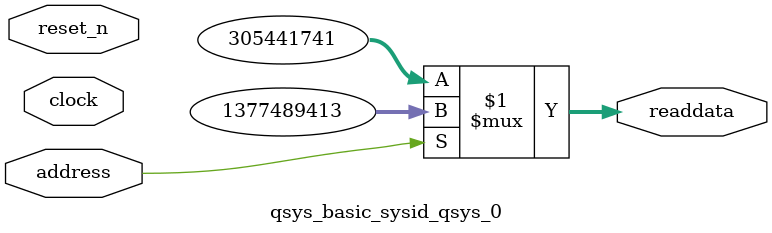
<source format=v>

`timescale 1ns / 1ps
// synthesis translate_on

// turn off superfluous verilog processor warnings 
// altera message_level Level1 
// altera message_off 10034 10035 10036 10037 10230 10240 10030 

module qsys_basic_sysid_qsys_0 (
               // inputs:
                address,
                clock,
                reset_n,

               // outputs:
                readdata
             )
;

  output  [ 31: 0] readdata;
  input            address;
  input            clock;
  input            reset_n;

  wire    [ 31: 0] readdata;
  //control_slave, which is an e_avalon_slave
  assign readdata = address ? 1377489413 : 305441741;

endmodule




</source>
